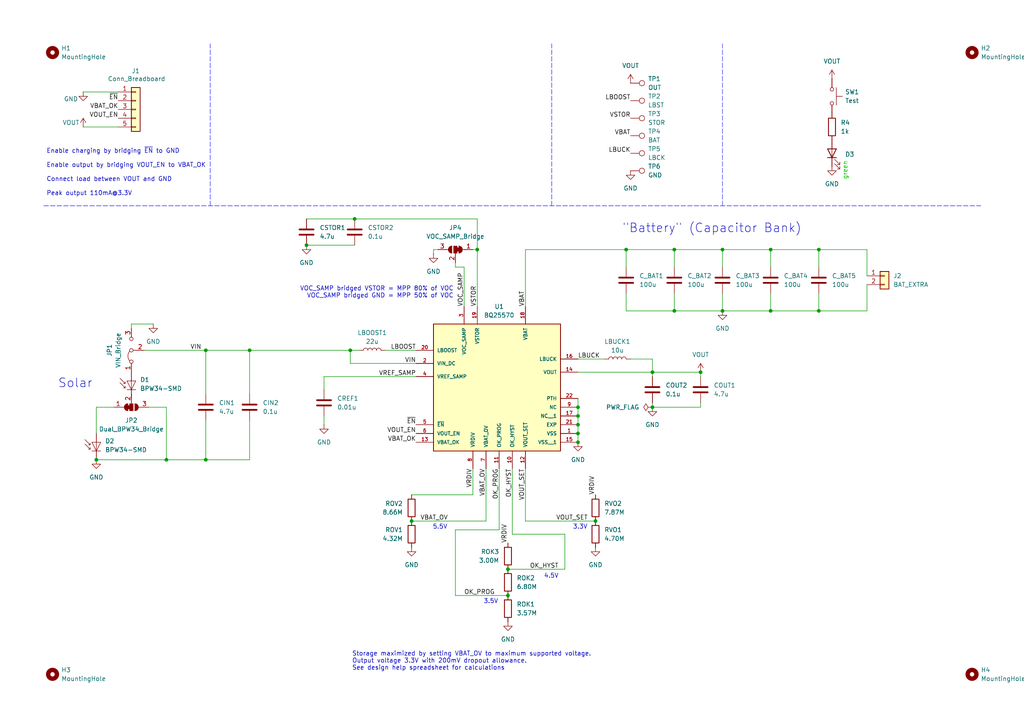
<source format=kicad_sch>
(kicad_sch (version 20250114) (generator "eeschema") (generator_version "9.0")
  (paper "A4")
  (title_block (title "Breakout for BQ25570 Energy Harvester") (date "2025-09-10"))
  (lib_symbols
    (symbol "BQ25570RGRR:BQ25570RGRR" (pin_names (offset 1.016))
      (property "Reference" "U1" (at 0 27.94 0))
      (property "Value" "BQ25570" (at 0 25.4 0))
      (symbol "BQ25570RGRR_0_0"
        (rectangle (start -19.05 22.86) (end 17.78 -13.97) (stroke (width 0.254)) (fill (type background)))
        (pin bidirectional line (at -24.13 15.24 0) (length 5.08) (name "LBOOST") (number "20"))
        (pin input line (at -24.13 11.43 0) (length 5.08) (name "VIN_DC") (number "2"))
        (pin input line (at -24.13 7.62 0) (length 5.08) (name "VREF_SAMP") (number "4"))
        (pin input line (at -24.13 -6.35 0) (length 5.08) (name "~{EN}") (number "5"))
        (pin input line (at -24.13 -8.89 0) (length 5.08) (name "VOUT_EN") (number "6"))
        (pin output line (at -24.13 -11.43 0) (length 5.08) (name "VBAT_OK") (number "13"))
        (pin input line (at -10.16 27.94 270) (length 5.08) (name "VOC_SAMP") (number "3"))
        (pin output line (at -7.62 -19.05 90) (length 5.08) (name "VRDIV") (number "8"))
        (pin output line (at -6.35 27.94 270) (length 5.08) (name "VSTOR") (number "19"))
        (pin input line (at -3.81 -19.05 90) (length 5.08) (name "VBAT_OV") (number "7"))
        (pin input line (at 0 -19.05 90) (length 5.08) (name "OK_PROG") (number "11"))
        (pin input line (at 3.81 -19.05 90) (length 5.08) (name "OK_HYST") (number "10"))
        (pin input line (at 7.62 -19.05 90) (length 5.08) (name "VOUT_SET") (number "12"))
        (pin bidirectional line (at 22.86 12.7 180) (length 5.08) (name "LBUCK") (number "16"))
        (pin passive line (at 22.86 -1.27 180) (length 5.08) (name "NC") (number "9"))
        (pin passive line (at 22.86 -3.81 180) (length 5.08) (name "NC__1") (number "17"))
        (pin passive line (at 22.86 -6.35 180) (length 5.08) (name "EXP") (number "21"))
        (pin power_in line (at 22.86 -8.89 180) (length 5.08) (name "VSS") (number "1"))
        (pin power_in line (at 22.86 -11.43 180) (length 5.08) (name "VSS__1") (number "15"))
      )
      (symbol "BQ25570RGRR_1_0"
        (pin power_out line (at 7.62 27.94 270) (length 5.08) (name "VBAT") (number "18"))
        (pin power_out line (at 22.86 8.89 180) (length 5.08) (name "VOUT") (number "14"))
        (pin passive line (at 22.86 1.27 180) (length 5.08) (name "PTH") (number "22"))
        (pin passive line (at 22.86 1.27 180) (length 5.08) (hide yes) (name "PTH") (number "23"))
        (pin passive line (at 22.86 1.27 180) (length 5.08) (hide yes) (name "PTH") (number "24"))
        (pin passive line (at 22.86 1.27 180) (length 5.08) (hide yes) (name "PTH") (number "25"))
        (pin passive line (at 22.86 1.27 180) (length 5.08) (hide yes) (name "PTH") (number "26"))
      )
    )
    (symbol "Connector:TestPoint" (pin_numbers (hide yes)) (pin_names (offset 0.762) (hide yes))
      (property "Reference" "TP" (at 0 6.858 0))
      (property "Value" "TestPoint" (at 0 5.08 0))
      (symbol "TestPoint_0_1"
        (circle (center 0 3.302) (radius 0.762))
      )
      (symbol "TestPoint_1_1"
        (pin passive line (at 0 0 90) (length 2.54) (name "1") (number "1"))
      )
    )
    (symbol "Connector_Generic:Conn_01x02" (pin_names (offset 1.016) (hide yes))
      (property "Reference" "J" (at 0 2.54 0))
      (property "Value" "Conn_01x02" (at 0 -5.08 0))
      (symbol "Conn_01x02_1_1"
        (rectangle (start -1.27 1.27) (end 1.27 -3.81) (stroke (width 0.254)) (fill (type background)))
        (rectangle (start -1.27 0.127) (end 0 -0.127) (stroke (width 0.1524)))
        (rectangle (start -1.27 -2.413) (end 0 -2.667) (stroke (width 0.1524)))
        (pin passive line (at -5.08 0 0) (length 3.81) (name "Pin_1") (number "1"))
        (pin passive line (at -5.08 -2.54 0) (length 3.81) (name "Pin_2") (number "2"))
      )
    )
    (symbol "Connector_Generic:Conn_01x05" (pin_names (offset 1.016) (hide yes))
      (property "Reference" "J" (at 0 7.62 0))
      (property "Value" "Conn_01x05" (at 0 -7.62 0))
      (symbol "Conn_01x05_1_1"
        (rectangle (start -1.27 6.35) (end 1.27 -6.35) (stroke (width 0.254)) (fill (type background)))
        (rectangle (start -1.27 5.207) (end 0 4.953) (stroke (width 0.1524)))
        (rectangle (start -1.27 2.667) (end 0 2.413) (stroke (width 0.1524)))
        (rectangle (start -1.27 0.127) (end 0 -0.127) (stroke (width 0.1524)))
        (rectangle (start -1.27 -2.413) (end 0 -2.667) (stroke (width 0.1524)))
        (rectangle (start -1.27 -4.953) (end 0 -5.207) (stroke (width 0.1524)))
        (pin passive line (at -5.08 5.08 0) (length 3.81) (name "Pin_1") (number "1"))
        (pin passive line (at -5.08 2.54 0) (length 3.81) (name "Pin_2") (number "2"))
        (pin passive line (at -5.08 0 0) (length 3.81) (name "Pin_3") (number "3"))
        (pin passive line (at -5.08 -2.54 0) (length 3.81) (name "Pin_4") (number "4"))
        (pin passive line (at -5.08 -5.08 0) (length 3.81) (name "Pin_5") (number "5"))
      )
    )
    (symbol "Device:C" (pin_numbers (hide yes)) (pin_names (offset 0.254))
      (property "Reference" "C" (at 0.635 2.54 0))
      (property "Value" "C" (at 0.635 -2.54 0))
      (symbol "C_0_1"
        (polyline (pts (xy -2.032 0.762) (xy 2.032 0.762)) (stroke (width 0.508)))
        (polyline (pts (xy -2.032 -0.762) (xy 2.032 -0.762)) (stroke (width 0.508)))
      )
      (symbol "C_1_1"
        (pin passive line (at 0 3.81 270) (length 2.794) (name "~") (number "1"))
        (pin passive line (at 0 -3.81 90) (length 2.794) (name "~") (number "2"))
      )
    )
    (symbol "Device:L" (pin_numbers (hide yes)) (pin_names (offset 1.016) (hide yes))
      (property "Reference" "L" (at -1.27 0 90))
      (property "Value" "L" (at 1.905 0 90))
      (symbol "L_0_1"
        (arc (start 0 2.54) (mid 0.6323 1.905) (end 0 1.27))
        (arc (start 0 1.27) (mid 0.6323 0.635) (end 0 0))
        (arc (start 0 0) (mid 0.6323 -0.635) (end 0 -1.27))
        (arc (start 0 -1.27) (mid 0.6323 -1.905) (end 0 -2.54))
      )
      (symbol "L_1_1"
        (pin passive line (at 0 3.81 270) (length 1.27) (name "1") (number "1"))
        (pin passive line (at 0 -3.81 90) (length 1.27) (name "2") (number "2"))
      )
    )
    (symbol "Device:LED" (pin_numbers (hide yes)) (pin_names (offset 1.016) (hide yes))
      (property "Reference" "D" (at 0 2.54 0))
      (property "Value" "LED" (at 0 -2.54 0))
      (symbol "LED_0_1"
        (polyline (pts (xy -3.048 -0.762) (xy -4.572 -2.286) (xy -3.81 -2.286) (xy -4.572 -2.286) (xy -4.572 -1.524)))
        (polyline (pts (xy -1.778 -0.762) (xy -3.302 -2.286) (xy -2.54 -2.286) (xy -3.302 -2.286) (xy -3.302 -1.524)))
        (polyline (pts (xy -1.27 0) (xy 1.27 0)))
        (polyline (pts (xy -1.27 -1.27) (xy -1.27 1.27)) (stroke (width 0.254)))
        (polyline (pts (xy 1.27 -1.27) (xy 1.27 1.27) (xy -1.27 0) (xy 1.27 -1.27)) (stroke (width 0.254)))
      )
      (symbol "LED_1_1"
        (pin passive line (at -3.81 0 0) (length 2.54) (name "K") (number "1"))
        (pin passive line (at 3.81 0 180) (length 2.54) (name "A") (number "2"))
      )
    )
    (symbol "Device:R" (pin_numbers (hide yes)) (pin_names (offset 0))
      (property "Reference" "R" (at 2.032 0 90))
      (property "Value" "R" (at 0 0 90))
      (symbol "R_0_1"
        (rectangle (start -1.016 -2.54) (end 1.016 2.54) (stroke (width 0.254)))
      )
      (symbol "R_1_1"
        (pin passive line (at 0 3.81 270) (length 1.27) (name "~") (number "1"))
        (pin passive line (at 0 -3.81 90) (length 1.27) (name "~") (number "2"))
      )
    )
    (symbol "Jumper:Jumper_3_Bridged12" (pin_names (offset 0) (hide yes)) (in_bom no)
      (property "Reference" "JP" (at -2.54 -2.54 0))
      (property "Value" "Jumper_3_Bridged12" (at 0 2.794 0))
      (symbol "Jumper_3_Bridged12_0_0"
        (circle (center -3.302 0) (radius 0.508))
        (circle (center 0 0) (radius 0.508))
        (circle (center 3.302 0) (radius 0.508))
      )
      (symbol "Jumper_3_Bridged12_0_1"
        (arc (start -3.048 0.508) (mid -1.651 0.9912) (end -0.254 0.508))
        (polyline (pts (xy 0 -1.27) (xy 0 -0.508)))
      )
      (symbol "Jumper_3_Bridged12_1_1"
        (pin passive line (at -6.35 0 0) (length 2.54) (name "A") (number "1"))
        (pin passive line (at 0 -3.81 90) (length 2.54) (name "C") (number "2"))
        (pin passive line (at 6.35 0 180) (length 2.54) (name "B") (number "3"))
      )
    )
    (symbol "Jumper:SolderJumper_3_Bridged12" (pin_names (offset 0) (hide yes)) (in_bom no)
      (property "Reference" "JP" (at -2.54 -2.54 0))
      (property "Value" "SolderJumper_3_Bridged12" (at 0 2.794 0))
      (symbol "SolderJumper_3_Bridged12_0_1"
        (polyline (pts (xy -2.54 0) (xy -2.032 0)))
        (polyline (pts (xy -1.016 1.016) (xy -1.016 -1.016)))
        (rectangle (start -1.016 0.508) (end -0.508 -0.508) (fill (type outline)))
        (arc (start -1.016 -1.016) (mid -2.0276 0) (end -1.016 1.016))
        (arc (start -1.016 -1.016) (mid -2.0276 0) (end -1.016 1.016) (fill (type outline)))
        (rectangle (start -0.508 1.016) (end 0.508 -1.016) (fill (type outline)))
        (polyline (pts (xy 0 -1.27) (xy 0 -1.016)))
        (arc (start 1.016 1.016) (mid 2.0276 0) (end 1.016 -1.016))
        (arc (start 1.016 1.016) (mid 2.0276 0) (end 1.016 -1.016) (fill (type outline)))
        (polyline (pts (xy 1.016 1.016) (xy 1.016 -1.016)))
        (polyline (pts (xy 2.54 0) (xy 2.032 0)))
      )
      (symbol "SolderJumper_3_Bridged12_1_1"
        (pin passive line (at -5.08 0 0) (length 2.54) (name "A") (number "1"))
        (pin passive line (at 0 -3.81 90) (length 2.54) (name "C") (number "2"))
        (pin passive line (at 5.08 0 180) (length 2.54) (name "B") (number "3"))
      )
    )
    (symbol "Mechanical:MountingHole" (pin_names (offset 1.016)) (in_bom no)
      (property "Reference" "H" (at 0 5.08 0))
      (property "Value" "MountingHole" (at 0 3.175 0))
      (symbol "MountingHole_0_1"
        (circle (center 0 0) (radius 1.27) (stroke (width 1.27)))
      )
    )
    (symbol "Sensor_Optical:BPW34-SMD" (pin_numbers (hide yes)) (pin_names (offset 1.016) (hide yes))
      (property "Reference" "D" (at 0.508 1.778 0))
      (property "Value" "BPW34-SMD" (at -1.016 -2.794 0))
      (symbol "BPW34-SMD_0_1"
        (polyline (pts (xy -2.54 1.27) (xy -2.54 -1.27)) (stroke (width 0.1524)))
        (polyline (pts (xy -2.032 1.778) (xy -1.524 1.778)))
        (polyline (pts (xy -0.508 3.302) (xy -2.032 1.778) (xy -2.032 2.286)))
        (polyline (pts (xy 0 1.27) (xy -2.54 0) (xy 0 -1.27)))
        (polyline (pts (xy 0 0) (xy -2.54 0)))
        (polyline (pts (xy 0 -1.27) (xy 0 1.27)))
        (polyline (pts (xy 0.762 3.302) (xy -0.762 1.778) (xy -0.762 2.286) (xy -0.762 1.778) (xy -0.254 1.778)))
      )
      (symbol "BPW34-SMD_1_1"
        (pin passive line (at -5.08 0 0) (length 2.54) (name "K") (number "1"))
        (pin passive line (at 2.54 0 180) (length 2.54) (name "A") (number "2"))
      )
    )
    (symbol "Switch:SW_Push" (pin_numbers (hide yes)) (pin_names (offset 1.016) (hide yes))
      (property "Reference" "SW" (at 1.27 2.54 0))
      (property "Value" "SW_Push" (at 0 -1.524 0))
      (symbol "SW_Push_0_1"
        (circle (center -2.032 0) (radius 0.508))
        (polyline (pts (xy 0 1.27) (xy 0 3.048)))
        (circle (center 2.032 0) (radius 0.508))
        (polyline (pts (xy 2.54 1.27) (xy -2.54 1.27)))
        (pin passive line (at -5.08 0 0) (length 2.54) (name "1") (number "1"))
        (pin passive line (at 5.08 0 180) (length 2.54) (name "2") (number "2"))
      )
    )
    (symbol "power:GND" (power) (pin_numbers (hide yes)) (pin_names (offset 0) (hide yes))
      (property "Value" "GND" (at 0 -3.81 0))
      (symbol "GND_0_1"
        (polyline (pts (xy 0 0) (xy 0 -1.27) (xy 1.27 -1.27) (xy 0 -2.54) (xy -1.27 -1.27) (xy 0 -1.27)))
      )
      (symbol "GND_1_1"
        (pin power_in line (at 0 0 270) (length 0) (name "~") (number "1"))
      )
    )
    (symbol "power:PWR_FLAG" (power) (pin_numbers (hide yes)) (pin_names (offset 0) (hide yes))
      (property "Value" "PWR_FLAG" (at 0 3.81 0))
      (symbol "PWR_FLAG_0_0"
        (pin power_out line (at 0 0 90) (length 0) (name "~") (number "1"))
      )
      (symbol "PWR_FLAG_0_1"
        (polyline (pts (xy 0 0) (xy 0 1.27) (xy -1.016 1.905) (xy 0 2.54) (xy 1.016 1.905) (xy 0 1.27)))
      )
    )
    (symbol "power:VCC" (power) (pin_numbers (hide yes)) (pin_names (offset 0) (hide yes))
      (property "Value" "VCC" (at 0 3.556 0))
      (symbol "VCC_0_1"
        (polyline (pts (xy -0.762 1.27) (xy 0 2.54)))
        (polyline (pts (xy 0 2.54) (xy 0.762 1.27)))
        (polyline (pts (xy 0 0) (xy 0 2.54)))
      )
      (symbol "VCC_1_1"
        (pin power_in line (at 0 0 90) (length 0) (name "~") (number "1"))
      )
    )
  )
  (text "3.3V" (at 170.434 152.908 0) (effects (font (size 1.27 1.27)) (justify right)))
  (text "Solar" (at 21.844 111.252 0) (effects (font (size 2.54 2.54))))
  (text "VOC_SAMP bridged VSTOR = MPP 80% of VOC\nVOC_SAMP bridged GND = MPP 50% of VOC" (at 131.572 84.836 0) (effects (font (size 1.27 1.27)) (justify right)))
  (text "Enable charging by bridging ~{EN} to GND\n\nEnable output by bridging VOUT_EN to VBAT_OK\n\nConnect load between VOUT and GND\n\nPeak output 110mA@3.3V" (at 13.462 50.038 0) (effects (font (size 1.27 1.27)) (justify left)))
  (text "3.5V" (at 144.526 174.498 0) (effects (font (size 1.27 1.27)) (justify right)))
  (text "green" (at 245.11 49.53 90) (effects (font (size 1.27 1.27))))
  (text "\"Battery\" (Capacitor Bank)" (at 206.502 66.294 0) (effects (font (size 2.54 2.54))))
  (text "Storage maximized by setting VBAT_OV to maximum supported voltage.\nOutput voltage 3.3V with 200mV dropout allowance.\nSee design help spreadsheet for calculations" (at 102.108 191.77 0) (effects (font (size 1.27 1.27)) (justify left)))
  (text "5.5V" (at 129.794 152.908 0) (effects (font (size 1.27 1.27)) (justify right)))
  (text "4.5V" (at 162.052 167.132 0) (effects (font (size 1.27 1.27)) (justify right)))
  (junction (at 223.52 90.17))
  (junction (at 181.61 72.39))
  (junction (at 48.26 133.35))
  (junction (at 147.32 165.1))
  (junction (at 167.64 128.27))
  (junction (at 223.52 72.39))
  (junction (at 27.94 133.35))
  (junction (at 59.69 101.6))
  (junction (at 195.58 72.39))
  (junction (at 167.64 125.73))
  (junction (at 147.32 172.72))
  (junction (at 88.9 71.12))
  (junction (at 101.6 101.6))
  (junction (at 189.23 118.11))
  (junction (at 167.64 120.65))
  (junction (at 189.23 107.95))
  (junction (at 209.55 90.17))
  (junction (at 59.69 133.35))
  (junction (at 72.39 101.6))
  (junction (at 167.64 123.19))
  (junction (at 237.49 72.39))
  (junction (at 195.58 90.17))
  (junction (at 209.55 72.39))
  (junction (at 167.64 118.11))
  (junction (at 203.2 107.95))
  (junction (at 172.72 151.13))
  (junction (at 119.38 151.13))
  (junction (at 237.49 90.17))
  (junction (at 138.43 72.39))
  (junction (at 102.87 63.5))
  (wire (pts (xy 144.78 135.89) (xy 144.78 153.67)))
  (wire (pts (xy 147.32 165.1) (xy 163.83 165.1)))
  (wire (pts (xy 175.26 104.14) (xy 167.64 104.14)))
  (wire (pts (xy 209.55 85.09) (xy 209.55 90.17)))
  (wire (pts (xy 195.58 85.09) (xy 195.58 90.17)))
  (wire (pts (xy 223.52 90.17) (xy 237.49 90.17)))
  (wire (pts (xy 138.43 63.5) (xy 138.43 72.39)))
  (wire (pts (xy 59.69 133.35) (xy 72.39 133.35)))
  (wire (pts (xy 209.55 90.17) (xy 223.52 90.17)))
  (wire (pts (xy 189.23 107.95) (xy 189.23 104.14)))
  (wire (pts (xy 209.55 72.39) (xy 209.55 77.47)))
  (wire (pts (xy 119.38 143.51) (xy 137.16 143.51)))
  (wire (pts (xy 189.23 107.95) (xy 203.2 107.95)))
  (wire (pts (xy 88.9 63.5) (xy 102.87 63.5)))
  (wire (pts (xy 137.16 143.51) (xy 137.16 135.89)))
  (wire (pts (xy 144.78 153.67) (xy 132.08 153.67)))
  (wire (pts (xy 24.13 26.67) (xy 34.29 26.67)))
  (polyline (pts (xy 160.02 59.69) (xy 160.02 12.7)) (stroke (width 0.127) (type dash) (color 0 0 255 1)))
  (wire (pts (xy 24.13 36.83) (xy 34.29 36.83)))
  (wire (pts (xy 104.14 101.6) (xy 101.6 101.6)))
  (wire (pts (xy 137.16 72.39) (xy 138.43 72.39)))
  (wire (pts (xy 27.94 118.11) (xy 27.94 125.73)))
  (wire (pts (xy 125.73 72.39) (xy 125.73 73.66)))
  (wire (pts (xy 48.26 118.11) (xy 48.26 133.35)))
  (wire (pts (xy 195.58 77.47) (xy 195.58 72.39)))
  (wire (pts (xy 223.52 72.39) (xy 237.49 72.39)))
  (wire (pts (xy 223.52 85.09) (xy 223.52 90.17)))
  (wire (pts (xy 38.1 93.98) (xy 38.1 95.25)))
  (wire (pts (xy 41.91 101.6) (xy 59.69 101.6)))
  (wire (pts (xy 203.2 116.84) (xy 203.2 118.11)))
  (wire (pts (xy 152.4 88.9) (xy 152.4 72.39)))
  (wire (pts (xy 72.39 121.92) (xy 72.39 133.35)))
  (wire (pts (xy 48.26 133.35) (xy 59.69 133.35)))
  (wire (pts (xy 203.2 109.22) (xy 203.2 107.95)))
  (wire (pts (xy 132.08 153.67) (xy 132.08 172.72)))
  (wire (pts (xy 101.6 105.41) (xy 101.6 101.6)))
  (wire (pts (xy 93.98 123.19) (xy 93.98 120.65)))
  (wire (pts (xy 152.4 151.13) (xy 172.72 151.13)))
  (wire (pts (xy 182.88 104.14) (xy 189.23 104.14)))
  (wire (pts (xy 181.61 72.39) (xy 181.61 77.47)))
  (wire (pts (xy 189.23 107.95) (xy 189.23 109.22)))
  (wire (pts (xy 152.4 72.39) (xy 181.61 72.39)))
  (wire (pts (xy 72.39 114.3) (xy 72.39 101.6)))
  (wire (pts (xy 38.1 114.3) (xy 38.1 115.57)))
  (wire (pts (xy 72.39 101.6) (xy 101.6 101.6)))
  (wire (pts (xy 251.46 82.55) (xy 251.46 90.17)))
  (wire (pts (xy 43.18 118.11) (xy 48.26 118.11)))
  (wire (pts (xy 27.94 133.35) (xy 48.26 133.35)))
  (wire (pts (xy 27.94 118.11) (xy 33.02 118.11)))
  (wire (pts (xy 237.49 77.47) (xy 237.49 72.39)))
  (wire (pts (xy 195.58 72.39) (xy 181.61 72.39)))
  (wire (pts (xy 195.58 72.39) (xy 209.55 72.39)))
  (wire (pts (xy 102.87 63.5) (xy 138.43 63.5)))
  (wire (pts (xy 132.08 76.2) (xy 132.08 77.47)))
  (wire (pts (xy 119.38 151.13) (xy 140.97 151.13)))
  (wire (pts (xy 223.52 77.47) (xy 223.52 72.39)))
  (wire (pts (xy 125.73 72.39) (xy 127 72.39)))
  (wire (pts (xy 203.2 118.11) (xy 189.23 118.11)))
  (wire (pts (xy 134.62 77.47) (xy 134.62 88.9)))
  (wire (pts (xy 167.64 115.57) (xy 167.64 118.11)))
  (polyline (pts (xy 60.96 59.69) (xy 60.96 12.7)) (stroke (width 0.127) (type dash) (color 0 0 255 1)))
  (wire (pts (xy 237.49 85.09) (xy 237.49 90.17)))
  (polyline (pts (xy 12.7 59.69) (xy 284.48 59.69)) (stroke (width 0.127) (type dash) (color 0 0 255 1)))
  (wire (pts (xy 132.08 77.47) (xy 134.62 77.47)))
  (wire (pts (xy 167.64 125.73) (xy 167.64 128.27)))
  (wire (pts (xy 189.23 118.11) (xy 189.23 116.84)))
  (wire (pts (xy 251.46 72.39) (xy 251.46 80.01)))
  (wire (pts (xy 181.61 85.09) (xy 181.61 90.17)))
  (wire (pts (xy 101.6 105.41) (xy 120.65 105.41)))
  (wire (pts (xy 59.69 121.92) (xy 59.69 133.35)))
  (wire (pts (xy 237.49 72.39) (xy 251.46 72.39)))
  (wire (pts (xy 167.64 123.19) (xy 167.64 125.73)))
  (wire (pts (xy 93.98 113.03) (xy 93.98 109.22)))
  (wire (pts (xy 181.61 90.17) (xy 195.58 90.17)))
  (wire (pts (xy 167.64 107.95) (xy 189.23 107.95)))
  (wire (pts (xy 140.97 151.13) (xy 140.97 135.89)))
  (wire (pts (xy 237.49 90.17) (xy 251.46 90.17)))
  (polyline (pts (xy 209.55 59.69) (xy 209.55 12.7)) (stroke (width 0.127) (type dash) (color 0 0 255 1)))
  (wire (pts (xy 38.1 93.98) (xy 44.45 93.98)))
  (wire (pts (xy 88.9 71.12) (xy 102.87 71.12)))
  (wire (pts (xy 59.69 101.6) (xy 72.39 101.6)))
  (wire (pts (xy 148.59 154.94) (xy 163.83 154.94)))
  (wire (pts (xy 138.43 72.39) (xy 138.43 88.9)))
  (wire (pts (xy 152.4 151.13) (xy 152.4 135.89)))
  (wire (pts (xy 223.52 72.39) (xy 209.55 72.39)))
  (wire (pts (xy 93.98 109.22) (xy 120.65 109.22)))
  (wire (pts (xy 167.64 118.11) (xy 167.64 120.65)))
  (wire (pts (xy 132.08 172.72) (xy 147.32 172.72)))
  (wire (pts (xy 195.58 90.17) (xy 209.55 90.17)))
  (wire (pts (xy 148.59 135.89) (xy 148.59 154.94)))
  (wire (pts (xy 111.76 101.6) (xy 120.65 101.6)))
  (wire (pts (xy 167.64 120.65) (xy 167.64 123.19)))
  (wire (pts (xy 59.69 114.3) (xy 59.69 101.6)))
  (wire (pts (xy 163.83 154.94) (xy 163.83 165.1)))
  (label "VOUT_EN" (at 120.65 125.73 180))
  (label "VSTOR" (at 138.43 88.9 90))
  (label "VBAT_OK" (at 34.29 31.75 180))
  (label "LBUCK" (at 167.64 104.14 0))
  (label "VRDIV" (at 137.16 135.89 270))
  (label "VBAT_OV" (at 140.97 135.89 270))
  (label "OK_PROG" (at 144.78 135.89 270))
  (label "LBUCK" (at 182.88 44.45 180))
  (label "VREF_SAMP" (at 120.65 109.22 180))
  (label "VBAT_OK" (at 120.65 128.27 180))
  (label "~{EN}" (at 120.65 123.19 180))
  (label "LBOOST" (at 182.88 29.21 180))
  (label "OK_HYST" (at 153.67 165.1 0))
  (label "OK_HYST" (at 148.59 135.89 270))
  (label "VOUT_EN" (at 34.29 34.29 180))
  (label "VSTOR" (at 182.88 34.29 180))
  (label "LBOOST" (at 120.65 101.6 180))
  (label "~{EN}" (at 34.29 29.21 180))
  (label "VIN" (at 58.42 101.6 180))
  (label "VOUT_SET" (at 152.4 135.89 270))
  (label "VBAT" (at 182.88 39.37 180))
  (label "VBAT_OV" (at 121.92 151.13 0))
  (label "OK_PROG" (at 143.51 172.72 180))
  (label "VRDIV" (at 147.32 157.48 90))
  (label "VRDIV" (at 172.72 143.51 90))
  (label "VIN" (at 120.65 105.41 180))
  (label "VOUT_SET" (at 161.29 151.13 0))
  (label "VOC_SAMP" (at 134.62 88.9 90))
  (label "VBAT" (at 152.4 88.9 90))
  (symbol (lib_id "power:GND") (at 241.3 48.26 0) (unit 1)
    (property "Reference" "#PWR08" (effects (hide yes)))
    (property "Value" "GND" (at 241.3 53.34 0))
    (property "Description" "Power symbol creates a global label with name \"GND\" , ground" (effects (hide yes)))
  )
  (symbol (lib_id "Device:L") (at 179.07 104.14 90) (unit 1)
    (property "Reference" "LBUCK1" (at 179.07 99.06 90))
    (property "Value" "10u" (at 179.07 101.6 90))
    (property "Footprint" "Inductor_SMD:L_1008_2520Metric" (effects (hide yes)))
    (property "Datasheet" "https://www.murata.com/~/media/webrenewal/products/inductor/chip/tokoproducts/wirewoundmetalalloychiptype/m_dfe252012c.ashx" (effects (hide yes)))
    (property "Description" "Inductor" (effects (hide yes)))
    (property "Digikey Part Number" "490-10563-1-ND" (effects (hide yes)))
  )
  (symbol (lib_id "power:GND") (at 119.38 158.75 0) (unit 1)
    (property "Reference" "#PWR029" (effects (hide yes)))
    (property "Value" "GND" (at 119.38 163.83 0))
    (property "Description" "Power symbol creates a global label with name \"GND\" , ground" (effects (hide yes)))
  )
  (symbol (lib_id "Jumper:SolderJumper_3_Bridged12") (at 132.08 72.39 0) (mirror y) (unit 1) (in_bom no)
    (property "Reference" "JP4" (at 132.08 66.04 0))
    (property "Value" "VOC_SAMP_Bridge" (at 132.08 68.58 0))
    (property "Footprint" "Jumper:SolderJumper-3_P1.3mm_Bridged12_RoundedPad1.0x1.5mm" (effects (hide yes)))
    (property "Description" "3-pole Solder Jumper, pins 1+2 closed/bridged" (effects (hide yes)))
  )
  (symbol (lib_id "power:GND") (at 24.13 26.67 0) (unit 1)
    (property "Reference" "#PWR06" (effects (hide yes)))
    (property "Value" "GND" (at 20.574 28.702 0))
    (property "Description" "Power symbol creates a global label with name \"GND\" , ground" (effects (hide yes)))
  )
  (symbol (lib_id "power:GND") (at 209.55 90.17 0) (unit 1)
    (property "Reference" "#PWR010" (effects (hide yes)))
    (property "Value" "GND" (at 209.55 95.25 0))
    (property "Description" "Power symbol creates a global label with name \"GND\" , ground" (effects (hide yes)))
  )
  (symbol (lib_id "Connector:TestPoint") (at 182.88 24.13 270) (unit 1)
    (property "Reference" "TP1" (at 187.96 22.8599 90) (effects (justify left)))
    (property "Value" "OUT" (at 187.96 25.3999 90) (effects (justify left)))
    (property "Footprint" "TestPoint:TestPoint_Pad_D1.0mm" (effects (hide yes)))
    (property "Description" "test point" (effects (hide yes)))
  )
  (symbol (lib_id "Connector_Generic:Conn_01x02") (at 256.54 80.01 0) (unit 1)
    (property "Reference" "J2" (at 259.08 80.0099 0) (effects (justify left)))
    (property "Value" "BAT_EXTRA" (at 259.08 82.5499 0) (effects (justify left)))
    (property "Footprint" "Connector_PinHeader_2.54mm:PinHeader_1x02_P2.54mm_Vertical" (effects (hide yes)))
    (property "Description" "Generic connector, single row, 01x02, script generated (kicad-library-utils/schlib/autogen/connector/)" (effects (hide yes)))
  )
  (symbol (lib_id "Connector:TestPoint") (at 182.88 34.29 270) (unit 1)
    (property "Reference" "TP3" (at 187.96 33.0199 90) (effects (justify left)))
    (property "Value" "STOR" (at 187.96 35.5599 90) (effects (justify left)))
    (property "Footprint" "TestPoint:TestPoint_Pad_D1.0mm" (effects (hide yes)))
    (property "Description" "test point" (effects (hide yes)))
  )
  (symbol (lib_id "Device:C") (at 72.39 118.11 0) (unit 1)
    (property "Reference" "CIN2" (at 76.2 116.8399 0) (effects (justify left)))
    (property "Value" "0.1u" (at 76.2 119.3799 0) (effects (justify left)))
    (property "Footprint" "Capacitor_SMD:C_0402_1005Metric" (effects (hide yes)))
    (property "Description" "Unpolarized capacitor" (effects (hide yes)))
  )
  (symbol (lib_id "Device:C") (at 189.23 113.03 0) (unit 1)
    (property "Reference" "COUT2" (at 193.04 111.7599 0) (effects (justify left)))
    (property "Value" "0.1u" (at 193.04 114.2999 0) (effects (justify left)))
    (property "Footprint" "Capacitor_SMD:C_0402_1005Metric" (effects (hide yes)))
    (property "Description" "Unpolarized capacitor" (effects (hide yes)))
  )
  (symbol (lib_id "power:GND") (at 125.73 73.66 0) (unit 1)
    (property "Reference" "#PWR07" (effects (hide yes)))
    (property "Value" "GND" (at 125.73 78.74 0))
    (property "Description" "Power symbol creates a global label with name \"GND\" , ground" (effects (hide yes)))
  )
  (symbol (lib_id "Device:C") (at 59.69 118.11 0) (unit 1)
    (property "Reference" "CIN1" (at 63.5 116.8399 0) (effects (justify left)))
    (property "Value" "4.7u" (at 63.5 119.3799 0) (effects (justify left)))
    (property "Footprint" "Capacitor_SMD:C_0603_1608Metric" (effects (hide yes)))
    (property "Description" "Unpolarized capacitor" (effects (hide yes)))
  )
  (symbol (lib_id "Device:C") (at 93.98 116.84 0) (unit 1)
    (property "Reference" "CREF1" (at 97.79 115.5699 0) (effects (justify left)))
    (property "Value" "0.01u" (at 97.79 118.1099 0) (effects (justify left)))
    (property "Footprint" "Capacitor_SMD:C_0402_1005Metric" (effects (hide yes)))
    (property "Description" "Unpolarized capacitor" (effects (hide yes)))
  )
  (symbol (lib_id "Mechanical:MountingHole") (at 15.24 15.24 0) (unit 1) (in_bom no)
    (property "Reference" "H1" (at 17.78 13.9699 0) (effects (justify left)))
    (property "Value" "MountingHole" (at 17.78 16.5099 0) (effects (justify left)))
    (property "Footprint" "MountingHoleCompact:MountingHole_2.5mm_Plated" (effects (hide yes)))
    (property "Description" "Mounting Hole without connection" (effects (hide yes)))
  )
  (symbol (lib_id "Device:R") (at 147.32 161.29 0) (mirror y) (unit 1)
    (property "Reference" "ROK3" (at 144.78 160.0199 0) (effects (justify left)))
    (property "Value" "3.00M" (at 144.78 162.5599 0) (effects (justify left)))
    (property "Footprint" "Resistor_SMD:R_0603_1608Metric" (effects (hide yes)))
    (property "Description" "Resistor" (effects (hide yes)))
  )
  (symbol (lib_id "power:PWR_FLAG") (at 189.23 118.11 90) (mirror x) (unit 1)
    (property "Reference" "#FLG01" (effects (hide yes)))
    (property "Value" "PWR_FLAG" (at 185.42 118.1099 90) (effects (justify left)))
    (property "Description" "Special symbol for telling ERC where power comes from" (effects (hide yes)))
  )
  (symbol (lib_id "Mechanical:MountingHole") (at 15.24 195.58 0) (unit 1) (in_bom no)
    (property "Reference" "H3" (at 17.78 194.3099 0) (effects (justify left)))
    (property "Value" "MountingHole" (at 17.78 196.8499 0) (effects (justify left)))
    (property "Footprint" "MountingHoleCompact:MountingHole_2.5mm_Plated" (effects (hide yes)))
    (property "Description" "Mounting Hole without connection" (effects (hide yes)))
  )
  (symbol (lib_id "power:VCC") (at 203.2 107.95 0) (unit 1)
    (property "Reference" "#PWR03" (effects (hide yes)))
    (property "Value" "VOUT" (at 203.2 102.87 0))
    (property "Description" "Power symbol creates a global label with name \"VOUT\"" (effects (hide yes)))
  )
  (symbol (lib_id "Connector_Generic:Conn_01x05") (at 39.37 31.75 0) (unit 1)
    (property "Reference" "J1" (at 39.37 20.574 0))
    (property "Value" "Conn_Breadboard" (at 39.624 22.86 0))
    (property "Footprint" "Connector_PinHeader_2.54mm:PinHeader_1x05_P2.54mm_Vertical" (effects (hide yes)))
    (property "Description" "Generic connector, single row, 01x05, script generated (kicad-library-utils/schlib/autogen/connector/)" (effects (hide yes)))
  )
  (symbol (lib_id "Device:R") (at 172.72 154.94 0) (unit 1)
    (property "Reference" "RVO1" (at 175.26 153.6699 0) (effects (justify left)))
    (property "Value" "4.70M" (at 175.26 156.2099 0) (effects (justify left)))
    (property "Footprint" "Resistor_SMD:R_0603_1608Metric" (effects (hide yes)))
    (property "Description" "Resistor" (effects (hide yes)))
  )
  (symbol (lib_id "Device:C") (at 88.9 67.31 0) (unit 1)
    (property "Reference" "CSTOR1" (at 92.71 66.0399 0) (effects (justify left)))
    (property "Value" "4.7u" (at 92.71 68.5799 0) (effects (justify left)))
    (property "Footprint" "Capacitor_SMD:C_0603_1608Metric" (effects (hide yes)))
    (property "Description" "Unpolarized capacitor" (effects (hide yes)))
  )
  (symbol (lib_id "Connector:TestPoint") (at 182.88 29.21 270) (unit 1)
    (property "Reference" "TP2" (at 187.96 27.9399 90) (effects (justify left)))
    (property "Value" "LBST" (at 187.96 30.4799 90) (effects (justify left)))
    (property "Footprint" "TestPoint:TestPoint_Pad_D1.0mm" (effects (hide yes)))
    (property "Description" "test point" (effects (hide yes)))
  )
  (symbol (lib_id "Connector:TestPoint") (at 182.88 49.53 270) (unit 1)
    (property "Reference" "TP6" (at 187.96 48.2599 90) (effects (justify left)))
    (property "Value" "GND" (at 187.96 50.7999 90) (effects (justify left)))
    (property "Footprint" "TestPoint:TestPoint_Pad_D1.0mm" (effects (hide yes)))
    (property "Description" "test point" (effects (hide yes)))
  )
  (symbol (lib_id "power:GND") (at 88.9 71.12 0) (unit 1)
    (property "Reference" "#PWR013" (effects (hide yes)))
    (property "Value" "GND" (at 88.9 76.2 0))
    (property "Description" "Power symbol creates a global label with name \"GND\" , ground" (effects (hide yes)))
  )
  (symbol (lib_id "Jumper:Jumper_3_Bridged12") (at 38.1 101.6 90) (unit 1) (in_bom no)
    (property "Reference" "JP1" (at 31.75 101.6 0))
    (property "Value" "VIN_Bridge" (at 34.29 101.6 0))
    (property "Footprint" "Connector_PinHeader_2.54mm:PinHeader_1x03_P2.54mm_Vertical" (effects (hide yes)))
    (property "Description" "Jumper, 3-pole, pins 1+2 closed/bridged" (effects (hide yes)))
  )
  (symbol (lib_id "power:VCC") (at 182.88 24.13 0) (unit 1)
    (property "Reference" "#PWR05" (effects (hide yes)))
    (property "Value" "VOUT" (at 182.88 19.05 0))
    (property "Description" "Power symbol creates a global label with name \"VOUT\"" (effects (hide yes)))
  )
  (symbol (lib_id "Mechanical:MountingHole") (at 281.94 195.58 0) (unit 1) (in_bom no)
    (property "Reference" "H4" (at 284.48 194.3099 0) (effects (justify left)))
    (property "Value" "MountingHole" (at 284.48 196.8499 0) (effects (justify left)))
    (property "Footprint" "MountingHoleCompact:MountingHole_2.5mm_Plated" (effects (hide yes)))
    (property "Description" "Mounting Hole without connection" (effects (hide yes)))
  )
  (symbol (lib_id "Device:C") (at 181.61 81.28 0) (unit 1)
    (property "Reference" "C_BAT1" (at 185.42 80.0099 0) (effects (justify left)))
    (property "Value" "100u" (at 185.42 82.5499 0) (effects (justify left)))
    (property "Footprint" "Capacitor_SMD:C_1206_3216Metric" (effects (hide yes)))
    (property "Description" "Unpolarized capacitor" (effects (hide yes)))
    (property "Digikey Part Number" "490-GRM31CR61A107MEA8LCT-ND" (effects (hide yes)))
  )
  (symbol (lib_id "power:GND") (at 189.23 118.11 0) (unit 1)
    (property "Reference" "#PWR012" (effects (hide yes)))
    (property "Value" "GND" (at 189.23 123.19 0))
    (property "Description" "Power symbol creates a global label with name \"GND\" , ground" (effects (hide yes)))
  )
  (symbol (lib_id "Device:R") (at 119.38 147.32 0) (mirror y) (unit 1)
    (property "Reference" "ROV2" (at 116.84 146.0499 0) (effects (justify left)))
    (property "Value" "8.66M" (at 116.84 148.5899 0) (effects (justify left)))
    (property "Footprint" "Resistor_SMD:R_0603_1608Metric" (effects (hide yes)))
    (property "Description" "Resistor" (effects (hide yes)))
  )
  (symbol (lib_id "Switch:SW_Push") (at 241.3 27.94 270) (unit 1)
    (property "Reference" "SW1" (at 245.11 26.6699 90) (effects (justify left)))
    (property "Value" "Test" (at 245.11 29.2099 90) (effects (justify left)))
    (property "Footprint" "Button_Switch_SMD:SW_Push_SPST_NO_Alps_SKRK" (effects (hide yes)))
    (property "Description" "Push button switch, generic, two pins" (effects (hide yes)))
    (property "Digikey Part Number" "4809-SKRKAHE020CT-ND" (effects (hide yes)))
    (property "Manufacturer" "Alps Alpine" (effects (hide yes)))
    (property "Part Number" "SKRKAHE020" (effects (hide yes)))
  )
  (symbol (lib_id "power:VCC") (at 24.13 36.83 0) (mirror y) (unit 1)
    (property "Reference" "#PWR04" (effects (hide yes)))
    (property "Value" "VOUT" (at 20.574 35.56 0))
    (property "Description" "Power symbol creates a global label with name \"VOUT\"" (effects (hide yes)))
  )
  (symbol (lib_id "Device:C") (at 102.87 67.31 0) (unit 1)
    (property "Reference" "CSTOR2" (at 106.68 66.0399 0) (effects (justify left)))
    (property "Value" "0.1u" (at 106.68 68.5799 0) (effects (justify left)))
    (property "Footprint" "Capacitor_SMD:C_0402_1005Metric" (effects (hide yes)))
    (property "Description" "Unpolarized capacitor" (effects (hide yes)))
  )
  (symbol (lib_id "Device:R") (at 147.32 168.91 0) (unit 1)
    (property "Reference" "ROK2" (at 149.86 167.6399 0) (effects (justify left)))
    (property "Value" "6.80M" (at 149.86 170.1799 0) (effects (justify left)))
    (property "Footprint" "Resistor_SMD:R_0603_1608Metric" (effects (hide yes)))
    (property "Description" "Resistor" (effects (hide yes)))
  )
  (symbol (lib_id "Device:L") (at 107.95 101.6 90) (unit 1)
    (property "Reference" "LBOOST1" (at 107.95 96.52 90))
    (property "Value" "22u" (at 107.95 99.06 90))
    (property "Footprint" "Inductor_SMD:L_Bourns-SRN4018" (effects (hide yes)))
    (property "Description" "Inductor" (effects (hide yes)))
    (property "Digikey Part Number" "118-SRN2012T-220KCT-ND" (effects (hide yes)))
  )
  (symbol (lib_id "Device:LED") (at 241.3 44.45 90) (unit 1)
    (property "Reference" "D3" (at 245.11 44.7674 90) (effects (justify right)))
    (property "Value" "PWRLED" (effects (hide yes)))
    (property "Footprint" "LED_SMD:LED_0603_1608Metric" (effects (hide yes)))
    (property "Description" "Light emitting diode" (effects (hide yes)))
    (property "Sim.Pins" "1=K 2=A" (effects (hide yes)))
  )
  (symbol (lib_id "Connector:TestPoint") (at 182.88 39.37 270) (unit 1)
    (property "Reference" "TP4" (at 187.96 38.0999 90) (effects (justify left)))
    (property "Value" "BAT" (at 187.96 40.6399 90) (effects (justify left)))
    (property "Footprint" "TestPoint:TestPoint_Pad_D1.0mm" (effects (hide yes)))
    (property "Description" "test point" (effects (hide yes)))
  )
  (symbol (lib_id "Device:C") (at 195.58 81.28 0) (unit 1)
    (property "Reference" "C_BAT2" (at 199.39 80.0099 0) (effects (justify left)))
    (property "Value" "100u" (at 199.39 82.5499 0) (effects (justify left)))
    (property "Footprint" "Capacitor_SMD:C_1206_3216Metric" (effects (hide yes)))
    (property "Description" "Unpolarized capacitor" (effects (hide yes)))
  )
  (symbol (lib_id "Sensor_Optical:BPW34-SMD") (at 27.94 128.27 90) (unit 1)
    (property "Reference" "D2" (at 30.48 127.927 90) (effects (justify right)))
    (property "Value" "BPW34-SMD" (at 30.48 130.467 90) (effects (justify right)))
    (property "Footprint" "OptoDevice:Osram_BPW34S-SMD" (effects (hide yes)))
    (property "Datasheet" "https://dammedia.osram.info/media/resource/hires/osram-dam-5488319/BPW%2034%20S_EN.pdf" (effects (hide yes)))
    (property "Description" "Silicon PIN Photodiode, Area 2.65x2.65mm" (effects (hide yes)))
  )
  (symbol (lib_id "Device:C") (at 203.2 113.03 0) (unit 1)
    (property "Reference" "COUT1" (at 207.01 111.7599 0) (effects (justify left)))
    (property "Value" "4.7u" (at 207.01 114.2999 0) (effects (justify left)))
    (property "Footprint" "Capacitor_SMD:C_0805_2012Metric" (effects (hide yes)))
    (property "Description" "Unpolarized capacitor" (effects (hide yes)))
  )
  (symbol (lib_id "Device:R") (at 119.38 154.94 0) (mirror y) (unit 1)
    (property "Reference" "ROV1" (at 116.84 153.6699 0) (effects (justify left)))
    (property "Value" "4.32M" (at 116.84 156.2099 0) (effects (justify left)))
    (property "Footprint" "Resistor_SMD:R_0603_1608Metric" (effects (hide yes)))
    (property "Description" "Resistor" (effects (hide yes)))
  )
  (symbol (lib_id "Device:C") (at 223.52 81.28 0) (unit 1)
    (property "Reference" "C_BAT4" (at 227.33 80.0099 0) (effects (justify left)))
    (property "Value" "100u" (at 227.33 82.5499 0) (effects (justify left)))
    (property "Footprint" "Capacitor_SMD:C_1206_3216Metric" (effects (hide yes)))
    (property "Description" "Unpolarized capacitor" (effects (hide yes)))
  )
  (symbol (lib_id "Device:C") (at 209.55 81.28 0) (unit 1)
    (property "Reference" "C_BAT3" (at 213.36 80.0099 0) (effects (justify left)))
    (property "Value" "100u" (at 213.36 82.5499 0) (effects (justify left)))
    (property "Footprint" "Capacitor_SMD:C_1206_3216Metric" (effects (hide yes)))
    (property "Description" "Unpolarized capacitor" (effects (hide yes)))
  )
  (symbol (lib_id "Device:C") (at 237.49 81.28 0) (unit 1)
    (property "Reference" "C_BAT5" (at 241.3 80.0099 0) (effects (justify left)))
    (property "Value" "100u" (at 241.3 82.5499 0) (effects (justify left)))
    (property "Footprint" "Capacitor_SMD:C_1206_3216Metric" (effects (hide yes)))
    (property "Description" "Unpolarized capacitor" (effects (hide yes)))
  )
  (symbol (lib_id "power:GND") (at 93.98 123.19 0) (unit 1)
    (property "Reference" "#PWR011" (effects (hide yes)))
    (property "Value" "GND" (at 93.98 128.27 0))
    (property "Description" "Power symbol creates a global label with name \"GND\" , ground" (effects (hide yes)))
  )
  (symbol (lib_id "Sensor_Optical:BPW34-SMD") (at 38.1 110.49 90) (unit 1)
    (property "Reference" "D1" (at 40.64 110.147 90) (effects (justify right)))
    (property "Value" "BPW34-SMD" (at 40.64 112.687 90) (effects (justify right)))
    (property "Footprint" "OptoDevice:Osram_BPW34S-SMD" (effects (hide yes)))
    (property "Datasheet" "https://dammedia.osram.info/media/resource/hires/osram-dam-5488319/BPW%2034%20S_EN.pdf" (effects (hide yes)))
    (property "Description" "Silicon PIN Photodiode, Area 2.65x2.65mm" (effects (hide yes)))
  )
  (symbol (lib_id "power:GND") (at 182.88 49.53 0) (unit 1)
    (property "Reference" "#PWR014" (effects (hide yes)))
    (property "Value" "GND" (at 182.88 54.61 0))
    (property "Description" "Power symbol creates a global label with name \"GND\" , ground" (effects (hide yes)))
  )
  (symbol (lib_id "power:GND") (at 167.64 128.27 0) (unit 1)
    (property "Reference" "#PWR09" (effects (hide yes)))
    (property "Value" "GND" (at 167.64 133.35 0))
    (property "Description" "Power symbol creates a global label with name \"GND\" , ground" (effects (hide yes)))
  )
  (symbol (lib_id "power:VCC") (at 241.3 22.86 0) (unit 1)
    (property "Reference" "#PWR01" (effects (hide yes)))
    (property "Value" "VOUT" (at 241.3 17.78 0))
    (property "Description" "Power symbol creates a global label with name \"VOUT\"" (effects (hide yes)))
  )
  (symbol (lib_id "BQ25570RGRR:BQ25570RGRR") (at 144.78 116.84 0) (unit 1)
    (property "Reference" "U1" (at 144.78 88.9 0))
    (property "Value" "BQ25570" (at 144.78 91.44 0))
    (property "Footprint" "BQ25570:QFN50P350X350X100-21N" (effects (hide yes)))
    (property "Datasheet" "https://www.ti.com/lit/ds/symlink/bq25570.pdf" (effects (hide yes)))
    (property "PARTREV" "G" (effects (hide yes)))
    (property "STANDARD" "Manufacturer Recommendations" (effects (hide yes)))
    (property "SNAPEDA_PN" "BQ25570RGRR" (effects (hide yes)))
    (property "MAXIMUM_PACKAGE_HEIGHT" "1 mm" (effects (hide yes)))
    (property "MANUFACTURER" "Texas Instruments" (effects (hide yes)))
  )
  (symbol (lib_id "power:GND") (at 27.94 133.35 0) (unit 1)
    (property "Reference" "#PWR015" (effects (hide yes)))
    (property "Value" "GND" (at 27.94 138.43 0))
    (property "Description" "Power symbol creates a global label with name \"GND\" , ground" (effects (hide yes)))
  )
  (symbol (lib_id "Connector:TestPoint") (at 182.88 44.45 270) (unit 1)
    (property "Reference" "TP5" (at 187.96 43.1799 90) (effects (justify left)))
    (property "Value" "LBCK" (at 187.96 45.7199 90) (effects (justify left)))
    (property "Footprint" "TestPoint:TestPoint_Pad_D1.0mm" (effects (hide yes)))
    (property "Description" "test point" (effects (hide yes)))
  )
  (symbol (lib_id "power:GND") (at 147.32 180.34 0) (unit 1)
    (property "Reference" "#PWR02" (effects (hide yes)))
    (property "Value" "GND" (at 147.32 185.42 0))
    (property "Description" "Power symbol creates a global label with name \"GND\" , ground" (effects (hide yes)))
  )
  (symbol (lib_id "Device:R") (at 147.32 176.53 0) (unit 1)
    (property "Reference" "ROK1" (at 149.86 175.2599 0) (effects (justify left)))
    (property "Value" "3.57M" (at 149.86 177.7999 0) (effects (justify left)))
    (property "Footprint" "Resistor_SMD:R_0603_1608Metric" (effects (hide yes)))
    (property "Description" "Resistor" (effects (hide yes)))
  )
  (symbol (lib_id "Device:R") (at 241.3 36.83 0) (unit 1)
    (property "Reference" "R4" (at 243.84 35.5599 0) (effects (justify left)))
    (property "Value" "1k" (at 243.84 38.0999 0) (effects (justify left)))
    (property "Footprint" "Resistor_SMD:R_0603_1608Metric" (effects (hide yes)))
    (property "Description" "Resistor" (effects (hide yes)))
    (property "Digikey Part Number" "13-RC0603FR-101KLCT-ND" (effects (hide yes)))
  )
  (symbol (lib_id "Jumper:SolderJumper_3_Bridged12") (at 38.1 118.11 0) (mirror x) (unit 1) (in_bom no)
    (property "Reference" "JP2" (at 38.1 121.92 0))
    (property "Value" "Dual_BPW34_Bridge" (at 38.1 124.46 0))
    (property "Footprint" "Jumper:SolderJumper-3_P1.3mm_Bridged12_RoundedPad1.0x1.5mm" (effects (hide yes)))
    (property "Description" "3-pole Solder Jumper, pins 1+2 closed/bridged" (effects (hide yes)))
  )
  (symbol (lib_id "Device:R") (at 172.72 147.32 0) (unit 1)
    (property "Reference" "RVO2" (at 175.26 146.0499 0) (effects (justify left)))
    (property "Value" "7.87M" (at 175.26 148.5899 0) (effects (justify left)))
    (property "Footprint" "Resistor_SMD:R_0603_1608Metric" (effects (hide yes)))
    (property "Description" "Resistor" (effects (hide yes)))
  )
  (symbol (lib_id "power:GND") (at 44.45 93.98 0) (unit 1)
    (property "Reference" "#PWR016" (effects (hide yes)))
    (property "Value" "GND" (at 44.45 99.06 0))
    (property "Description" "Power symbol creates a global label with name \"GND\" , ground" (effects (hide yes)))
  )
  (symbol (lib_id "power:GND") (at 172.72 158.75 0) (unit 1)
    (property "Reference" "#PWR028" (effects (hide yes)))
    (property "Value" "GND" (at 172.72 163.83 0))
    (property "Description" "Power symbol creates a global label with name \"GND\" , ground" (effects (hide yes)))
  )
  (symbol (lib_id "Mechanical:MountingHole") (at 281.94 15.24 0) (unit 1) (in_bom no)
    (property "Reference" "H2" (at 284.48 13.9699 0) (effects (justify left)))
    (property "Value" "MountingHole" (at 284.48 16.5099 0) (effects (justify left)))
    (property "Footprint" "MountingHoleCompact:MountingHole_2.5mm_Plated" (effects (hide yes)))
    (property "Description" "Mounting Hole without connection" (effects (hide yes)))
  )
)
</source>
